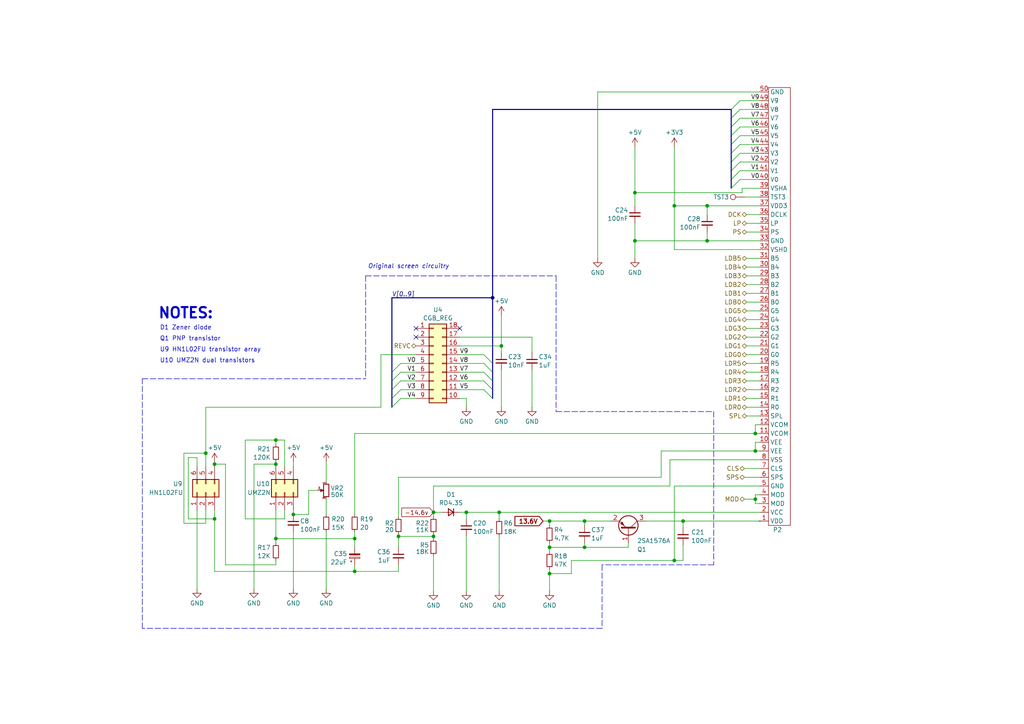
<source format=kicad_sch>
(kicad_sch (version 20250114) (generator "eeschema") (generator_version "9.0")
  (paper "A4")
  (title_block (title "CGB Reverse Engineer") (company "NatalieTheNerd.com"))
  (lib_symbols
    (symbol "CGB:Screen_CGB"
      (property "Reference" "P" (at 0 1.27 0))
      (symbol "Screen_CGB_0_0"
        (pin unspecified line (at 0 0 0) (length 2.54) (name "VDD") (number "1"))
        (pin unspecified line (at 0 -2.54 0) (length 2.54) (name "VCC") (number "2"))
        (pin unspecified line (at 0 -5.08 0) (length 2.54) (name "MOD") (number "3"))
        (pin unspecified line (at 0 -7.62 0) (length 2.54) (name "MOD") (number "4"))
        (pin unspecified line (at 0 -10.16 0) (length 2.54) (name "GND") (number "5"))
        (pin unspecified line (at 0 -12.7 0) (length 2.54) (name "SPS") (number "6"))
        (pin unspecified line (at 0 -15.24 0) (length 2.54) (name "CLS") (number "7"))
        (pin unspecified line (at 0 -17.78 0) (length 2.54) (name "VSS") (number "8"))
        (pin unspecified line (at 0 -20.32 0) (length 2.54) (name "VEE") (number "9"))
        (pin unspecified line (at 0 -22.86 0) (length 2.54) (name "VEE") (number "10"))
        (pin unspecified line (at 0 -25.4 0) (length 2.54) (name "VCOM") (number "11"))
        (pin unspecified line (at 0 -27.94 0) (length 2.54) (name "VCOM") (number "12"))
        (pin unspecified line (at 0 -30.48 0) (length 2.54) (name "SPL") (number "13"))
        (pin unspecified line (at 0 -33.02 0) (length 2.54) (name "R0") (number "14"))
        (pin unspecified line (at 0 -35.56 0) (length 2.54) (name "R1") (number "15"))
        (pin unspecified line (at 0 -38.1 0) (length 2.54) (name "R2") (number "16"))
        (pin unspecified line (at 0 -40.64 0) (length 2.54) (name "R3") (number "17"))
        (pin unspecified line (at 0 -43.18 0) (length 2.54) (name "R4") (number "18"))
        (pin unspecified line (at 0 -45.72 0) (length 2.54) (name "R5") (number "19"))
        (pin unspecified line (at 0 -48.26 0) (length 2.54) (name "G0") (number "20"))
        (pin unspecified line (at 0 -50.8 0) (length 2.54) (name "G1") (number "21"))
        (pin unspecified line (at 0 -53.34 0) (length 2.54) (name "G2") (number "22"))
        (pin unspecified line (at 0 -55.88 0) (length 2.54) (name "G3") (number "23"))
        (pin unspecified line (at 0 -58.42 0) (length 2.54) (name "G4") (number "24"))
        (pin unspecified line (at 0 -60.96 0) (length 2.54) (name "G5") (number "25"))
        (pin unspecified line (at 0 -63.5 0) (length 2.54) (name "B0") (number "26"))
        (pin unspecified line (at 0 -66.04 0) (length 2.54) (name "B1") (number "27"))
        (pin unspecified line (at 0 -68.58 0) (length 2.54) (name "B2") (number "28"))
        (pin unspecified line (at 0 -71.12 0) (length 2.54) (name "B3") (number "29"))
        (pin unspecified line (at 0 -73.66 0) (length 2.54) (name "B4") (number "30"))
        (pin unspecified line (at 0 -76.2 0) (length 2.54) (name "B5") (number "31"))
        (pin unspecified line (at 0 -78.74 0) (length 2.54) (name "VSHD") (number "32"))
        (pin unspecified line (at 0 -81.28 0) (length 2.54) (name "GND") (number "33"))
        (pin unspecified line (at 0 -83.82 0) (length 2.54) (name "PS") (number "34"))
        (pin unspecified line (at 0 -86.36 0) (length 2.54) (name "LP") (number "35"))
        (pin unspecified line (at 0 -88.9 0) (length 2.54) (name "DCLK") (number "36"))
        (pin unspecified line (at 0 -91.44 0) (length 2.54) (name "VDD3") (number "37"))
        (pin unspecified line (at 0 -93.98 0) (length 2.54) (name "TST3") (number "38"))
        (pin unspecified line (at 0 -96.52 0) (length 2.54) (name "VSHA") (number "39"))
        (pin unspecified line (at 0 -99.06 0) (length 2.54) (name "V0") (number "40"))
        (pin unspecified line (at 0 -101.6 0) (length 2.54) (name "V1") (number "41"))
        (pin unspecified line (at 0 -104.14 0) (length 2.54) (name "V2") (number "42"))
        (pin unspecified line (at 0 -106.68 0) (length 2.54) (name "V3") (number "43"))
        (pin unspecified line (at 0 -109.22 0) (length 2.54) (name "V4") (number "44"))
        (pin unspecified line (at 0 -111.76 0) (length 2.54) (name "V5") (number "45"))
        (pin unspecified line (at 0 -114.3 0) (length 2.54) (name "V6") (number "46"))
        (pin unspecified line (at 0 -116.84 0) (length 2.54) (name "V7") (number "47"))
        (pin unspecified line (at 0 -119.38 0) (length 2.54) (name "V8") (number "48"))
        (pin unspecified line (at 0 -121.92 0) (length 2.54) (name "V9") (number "49"))
        (pin unspecified line (at 0 -124.46 0) (length 2.54) (name "GND") (number "50"))
      )
      (symbol "Screen_CGB_0_1"
        (rectangle (start 2.54 1.27) (end 8.89 -125.73))
      )
    )
    (symbol "Connector:TestPoint" (pin_numbers (hide yes)) (pin_names (offset 0.762) (hide yes))
      (property "Reference" "TP" (at 0 6.858 0))
      (property "Value" "TestPoint" (at 0 5.08 0))
      (symbol "TestPoint_0_1"
        (circle (center 0 3.302) (radius 0.762))
      )
      (symbol "TestPoint_1_1"
        (pin passive line (at 0 0 90) (length 2.54) (name "1") (number "1"))
      )
    )
    (symbol "Connector_Generic:Conn_02x03_Counter_Clockwise" (pin_names (offset 1.016) (hide yes))
      (property "Reference" "J" (at 1.27 5.08 0))
      (property "Value" "Conn_02x03_Counter_Clockwise" (at 1.27 -5.08 0))
      (symbol "Conn_02x03_Counter_Clockwise_1_1"
        (rectangle (start -1.27 3.81) (end 3.81 -3.81) (stroke (width 0.254)) (fill (type background)))
        (rectangle (start -1.27 2.667) (end 0 2.413) (stroke (width 0.1524)))
        (rectangle (start -1.27 0.127) (end 0 -0.127) (stroke (width 0.1524)))
        (rectangle (start -1.27 -2.413) (end 0 -2.667) (stroke (width 0.1524)))
        (rectangle (start 3.81 2.667) (end 2.54 2.413) (stroke (width 0.1524)))
        (rectangle (start 3.81 0.127) (end 2.54 -0.127) (stroke (width 0.1524)))
        (rectangle (start 3.81 -2.413) (end 2.54 -2.667) (stroke (width 0.1524)))
        (pin passive line (at -5.08 2.54 0) (length 3.81) (name "Pin_1") (number "1"))
        (pin passive line (at -5.08 0 0) (length 3.81) (name "Pin_2") (number "2"))
        (pin passive line (at -5.08 -2.54 0) (length 3.81) (name "Pin_3") (number "3"))
        (pin passive line (at 7.62 2.54 180) (length 3.81) (name "Pin_6") (number "6"))
        (pin passive line (at 7.62 0 180) (length 3.81) (name "Pin_5") (number "5"))
        (pin passive line (at 7.62 -2.54 180) (length 3.81) (name "Pin_4") (number "4"))
      )
    )
    (symbol "Connector_Generic:Conn_02x09_Counter_Clockwise" (pin_names (offset 1.016) (hide yes))
      (property "Reference" "J" (at 1.27 12.7 0))
      (property "Value" "Conn_02x09_Counter_Clockwise" (at 1.27 -12.7 0))
      (symbol "Conn_02x09_Counter_Clockwise_1_1"
        (rectangle (start -1.27 11.43) (end 3.81 -11.43) (stroke (width 0.254)) (fill (type background)))
        (rectangle (start -1.27 10.287) (end 0 10.033) (stroke (width 0.1524)))
        (rectangle (start -1.27 7.747) (end 0 7.493) (stroke (width 0.1524)))
        (rectangle (start -1.27 5.207) (end 0 4.953) (stroke (width 0.1524)))
        (rectangle (start -1.27 2.667) (end 0 2.413) (stroke (width 0.1524)))
        (rectangle (start -1.27 0.127) (end 0 -0.127) (stroke (width 0.1524)))
        (rectangle (start -1.27 -2.413) (end 0 -2.667) (stroke (width 0.1524)))
        (rectangle (start -1.27 -4.953) (end 0 -5.207) (stroke (width 0.1524)))
        (rectangle (start -1.27 -7.493) (end 0 -7.747) (stroke (width 0.1524)))
        (rectangle (start -1.27 -10.033) (end 0 -10.287) (stroke (width 0.1524)))
        (rectangle (start 3.81 10.287) (end 2.54 10.033) (stroke (width 0.1524)))
        (rectangle (start 3.81 7.747) (end 2.54 7.493) (stroke (width 0.1524)))
        (rectangle (start 3.81 5.207) (end 2.54 4.953) (stroke (width 0.1524)))
        (rectangle (start 3.81 2.667) (end 2.54 2.413) (stroke (width 0.1524)))
        (rectangle (start 3.81 0.127) (end 2.54 -0.127) (stroke (width 0.1524)))
        (rectangle (start 3.81 -2.413) (end 2.54 -2.667) (stroke (width 0.1524)))
        (rectangle (start 3.81 -4.953) (end 2.54 -5.207) (stroke (width 0.1524)))
        (rectangle (start 3.81 -7.493) (end 2.54 -7.747) (stroke (width 0.1524)))
        (rectangle (start 3.81 -10.033) (end 2.54 -10.287) (stroke (width 0.1524)))
        (pin passive line (at -5.08 10.16 0) (length 3.81) (name "Pin_1") (number "1"))
        (pin passive line (at -5.08 7.62 0) (length 3.81) (name "Pin_2") (number "2"))
        (pin passive line (at -5.08 5.08 0) (length 3.81) (name "Pin_3") (number "3"))
        (pin passive line (at -5.08 2.54 0) (length 3.81) (name "Pin_4") (number "4"))
        (pin passive line (at -5.08 0 0) (length 3.81) (name "Pin_5") (number "5"))
        (pin passive line (at -5.08 -2.54 0) (length 3.81) (name "Pin_6") (number "6"))
        (pin passive line (at -5.08 -5.08 0) (length 3.81) (name "Pin_7") (number "7"))
        (pin passive line (at -5.08 -7.62 0) (length 3.81) (name "Pin_8") (number "8"))
        (pin passive line (at -5.08 -10.16 0) (length 3.81) (name "Pin_9") (number "9"))
        (pin passive line (at 7.62 10.16 180) (length 3.81) (name "Pin_18") (number "18"))
        (pin passive line (at 7.62 7.62 180) (length 3.81) (name "Pin_17") (number "17"))
        (pin passive line (at 7.62 5.08 180) (length 3.81) (name "Pin_16") (number "16"))
        (pin passive line (at 7.62 2.54 180) (length 3.81) (name "Pin_15") (number "15"))
        (pin passive line (at 7.62 0 180) (length 3.81) (name "Pin_14") (number "14"))
        (pin passive line (at 7.62 -2.54 180) (length 3.81) (name "Pin_13") (number "13"))
        (pin passive line (at 7.62 -5.08 180) (length 3.81) (name "Pin_12") (number "12"))
        (pin passive line (at 7.62 -7.62 180) (length 3.81) (name "Pin_11") (number "11"))
        (pin passive line (at 7.62 -10.16 180) (length 3.81) (name "Pin_10") (number "10"))
      )
    )
    (symbol "Device:C_Polarized_Small" (pin_numbers (hide yes)) (pin_names (offset 0.254) (hide yes))
      (property "Reference" "C" (at 0.254 1.778 0))
      (property "Value" "C_Polarized_Small" (at 0.254 -2.032 0))
      (symbol "C_Polarized_Small_0_1"
        (rectangle (start -1.524 0.6858) (end 1.524 0.3048))
        (rectangle (start -1.524 -0.3048) (end 1.524 -0.6858) (fill (type outline)))
        (polyline (pts (xy -1.27 1.524) (xy -0.762 1.524)))
        (polyline (pts (xy -1.016 1.27) (xy -1.016 1.778)))
      )
      (symbol "C_Polarized_Small_1_1"
        (pin passive line (at 0 2.54 270) (length 1.8542) (name "~") (number "1"))
        (pin passive line (at 0 -2.54 90) (length 1.8542) (name "~") (number "2"))
      )
    )
    (symbol "Device:C_Small" (pin_numbers (hide yes)) (pin_names (offset 0.254) (hide yes))
      (property "Reference" "C" (at 0.254 1.778 0))
      (property "Value" "C_Small" (at 0.254 -2.032 0))
      (symbol "C_Small_0_1"
        (polyline (pts (xy -1.524 0.508) (xy 1.524 0.508)) (stroke (width 0.3048)))
        (polyline (pts (xy -1.524 -0.508) (xy 1.524 -0.508)) (stroke (width 0.3302)))
      )
      (symbol "C_Small_1_1"
        (pin passive line (at 0 2.54 270) (length 2.032) (name "~") (number "1"))
        (pin passive line (at 0 -2.54 90) (length 2.032) (name "~") (number "2"))
      )
    )
    (symbol "Device:D_Small" (pin_numbers (hide yes)) (pin_names (offset 0.254) (hide yes))
      (property "Reference" "D" (at -1.27 2.032 0))
      (property "Value" "D_Small" (at -3.81 -2.032 0))
      (symbol "D_Small_0_1"
        (polyline (pts (xy -0.762 0) (xy 0.762 0)))
        (polyline (pts (xy -0.762 -1.016) (xy -0.762 1.016)) (stroke (width 0.254)))
        (polyline (pts (xy 0.762 -1.016) (xy -0.762 0) (xy 0.762 1.016) (xy 0.762 -1.016)) (stroke (width 0.254)))
      )
      (symbol "D_Small_1_1"
        (pin passive line (at -2.54 0 0) (length 1.778) (name "K") (number "1"))
        (pin passive line (at 2.54 0 180) (length 1.778) (name "A") (number "2"))
      )
    )
    (symbol "Device:R_Potentiometer_Small" (pin_names (offset 1.016) (hide yes))
      (property "Reference" "RV" (at -4.445 0 90))
      (property "Value" "R_Potentiometer_Small" (at -2.54 0 90))
      (symbol "R_Potentiometer_Small_0_1"
        (rectangle (start 0.762 1.8034) (end -0.762 -1.8034) (stroke (width 0.254)))
        (polyline (pts (xy 0.889 0) (xy 0.635 0) (xy 1.651 0.381) (xy 1.651 -0.381) (xy 0.635 0) (xy 0.889 0)) (fill (type outline)))
      )
      (symbol "R_Potentiometer_Small_1_1"
        (pin passive line (at 0 2.54 270) (length 0.635) (name "1") (number "1"))
        (pin passive line (at 0 -2.54 90) (length 0.635) (name "3") (number "3"))
        (pin passive line (at 2.54 0 180) (length 0.9906) (name "2") (number "2"))
      )
    )
    (symbol "Device:R_Small" (pin_numbers (hide yes)) (pin_names (offset 0.254) (hide yes))
      (property "Reference" "R" (at 0.762 0.508 0))
      (property "Value" "R_Small" (at 0.762 -1.016 0))
      (symbol "R_Small_0_1"
        (rectangle (start -0.762 1.778) (end 0.762 -1.778) (stroke (width 0.2032)))
      )
      (symbol "R_Small_1_1"
        (pin passive line (at 0 2.54 270) (length 0.762) (name "~") (number "1"))
        (pin passive line (at 0 -2.54 90) (length 0.762) (name "~") (number "2"))
      )
    )
    (symbol "Transistor_BJT:2SA1015" (pin_names (offset 0) (hide yes))
      (property "Reference" "Q1" (at 3.81 0 0))
      (property "Value" "2SA1576A" (at 3.81 2.54 0))
      (symbol "2SA1015_0_1"
        (polyline (pts (xy -1.27 0) (xy -2.54 0)))
        (polyline (pts (xy -1.27 0) (xy -0.635 0)))
        (polyline (pts (xy -0.635 1.905) (xy -0.635 -1.905) (xy -0.635 -1.905)) (stroke (width 0.508)) (fill (type outline)))
        (circle (center 0 0) (radius 2.8194) (stroke (width 0.254)))
        (polyline (pts (xy 0.508 -2.286) (xy 1.016 -1.778) (xy 0 -1.27) (xy 0.508 -2.286) (xy 0.508 -2.286)) (fill (type outline)))
        (polyline (pts (xy 1.27 2.54) (xy -0.635 0.635)))
        (polyline (pts (xy 1.27 -2.54) (xy -0.635 -0.635)))
      )
      (symbol "2SA1015_1_1"
        (pin passive line (at -5.08 0 0) (length 2.54) (name "E") (number "1"))
        (pin input line (at 1.27 5.08 270) (length 2.54) (name "B") (number "3"))
        (pin passive line (at 1.27 -5.08 90) (length 2.54) (name "C") (number "2"))
      )
    )
    (symbol "power:+3V3" (power) (pin_names (offset 0))
      (property "Value" "+3V3" (at 0 3.556 0))
      (symbol "+3V3_0_1"
        (polyline (pts (xy -0.762 1.27) (xy 0 2.54)))
        (polyline (pts (xy 0 2.54) (xy 0.762 1.27)))
        (polyline (pts (xy 0 0) (xy 0 2.54)))
      )
      (symbol "+3V3_1_1"
        (pin power_in line (at 0 0 90) (length 0) (hide yes) (name "+3V3") (number "1"))
      )
    )
    (symbol "power:+5V" (power) (pin_names (offset 0))
      (property "Value" "+5V" (at 0 3.556 0))
      (symbol "+5V_0_1"
        (polyline (pts (xy -0.762 1.27) (xy 0 2.54)))
        (polyline (pts (xy 0 2.54) (xy 0.762 1.27)))
        (polyline (pts (xy 0 0) (xy 0 2.54)))
      )
      (symbol "+5V_1_1"
        (pin power_in line (at 0 0 90) (length 0) (hide yes) (name "+5V") (number "1"))
      )
    )
    (symbol "power:GND" (power) (pin_names (offset 0))
      (property "Value" "GND" (at 0 -3.81 0))
      (symbol "GND_0_1"
        (polyline (pts (xy 0 0) (xy 0 -1.27) (xy 1.27 -1.27) (xy 0 -2.54) (xy -1.27 -1.27) (xy 0 -1.27)))
      )
      (symbol "GND_1_1"
        (pin power_in line (at 0 0 270) (length 0) (hide yes) (name "GND") (number "1"))
      )
    )
  )
  (text "U9 HN1L02FU transistor array" (at 46.355 102.235 0) (effects (font (size 1.27 1.27)) (justify left bottom)))
  (text "D1 Zener diode" (at 46.355 95.885 0) (effects (font (size 1.27 1.27)) (justify left bottom)))
  (text "Q1 PNP transistor" (at 46.355 99.06 0) (effects (font (size 1.27 1.27)) (justify left bottom)))
  (text "Original screen circuitry" (at 106.68 78.105 0) (effects (font (size 1.27 1.27) (italic yes)) (justify left bottom)))
  (text "NOTES:" (at 45.72 92.71 0) (effects (font (size 3 3) (thickness 0.6) (bold yes)) (justify left bottom)))
  (text "U10 UMZ2N dual transistors" (at 46.355 105.41 0) (effects (font (size 1.27 1.27)) (justify left bottom)))
  (junction (at 159.385 166.37))
  (junction (at 102.87 156.21))
  (junction (at 102.87 165.735))
  (junction (at 62.23 134.62))
  (junction (at 198.12 151.13))
  (junction (at 169.545 158.75))
  (junction (at 142.875 86.36))
  (junction (at 80.01 156.21))
  (junction (at 169.545 151.13))
  (junction (at 80.01 127.635))
  (junction (at 219.075 144.78))
  (junction (at 80.01 134.62))
  (junction (at 85.09 149.225))
  (junction (at 115.57 155.575))
  (junction (at 195.58 162.56))
  (junction (at 135.255 148.59))
  (junction (at 145.415 100.33))
  (junction (at 205.105 69.85))
  (junction (at 144.78 148.59))
  (junction (at 59.69 131.445))
  (junction (at 205.105 59.69))
  (junction (at 184.15 69.85))
  (junction (at 125.73 155.575))
  (junction (at 62.23 150.495))
  (junction (at 125.73 148.59))
  (junction (at 219.075 125.73))
  (junction (at 195.58 59.69))
  (junction (at 219.075 130.81))
  (junction (at 159.385 158.75))
  (junction (at 159.385 151.13))
  (junction (at 184.15 55.88))
  (no_connect (at 133.35 95.25))
  (no_connect (at 120.65 95.25))
  (no_connect (at 120.65 97.79))
  (bus_entry (at 214.63 39.37) (size -2.54 2.54))
  (bus_entry (at 214.63 46.99) (size -2.54 2.54))
  (bus_entry (at 142.875 110.49) (size -2.54 -2.54))
  (bus_entry (at 214.63 52.07) (size -2.54 2.54))
  (bus_entry (at 142.875 115.57) (size -2.54 -2.54))
  (bus_entry (at 113.665 113.03) (size 2.54 -2.54))
  (bus_entry (at 212.09 36.83) (size 2.54 -2.54))
  (bus_entry (at 214.63 49.53) (size -2.54 2.54))
  (bus_entry (at 142.875 107.95) (size -2.54 -2.54))
  (bus_entry (at 214.63 44.45) (size -2.54 2.54))
  (bus_entry (at 113.665 107.95) (size 2.54 -2.54))
  (bus_entry (at 142.875 113.03) (size -2.54 -2.54))
  (bus_entry (at 113.665 118.11) (size 2.54 -2.54))
  (bus_entry (at 212.09 39.37) (size 2.54 -2.54))
  (bus_entry (at 212.09 34.29) (size 2.54 -2.54))
  (bus_entry (at 214.63 41.91) (size -2.54 2.54))
  (bus_entry (at 113.665 110.49) (size 2.54 -2.54))
  (bus_entry (at 212.09 31.75) (size 2.54 -2.54))
  (bus_entry (at 142.875 105.41) (size -2.54 -2.54))
  (bus_entry (at 113.665 115.57) (size 2.54 -2.54))
  (bus (pts (xy 113.665 115.57) (xy 113.665 118.11)))
  (wire (pts (xy 80.01 134.62) (xy 73.66 134.62)))
  (wire (pts (xy 57.15 170.815) (xy 57.15 147.955)))
  (wire (pts (xy 116.205 105.41) (xy 120.65 105.41)))
  (wire (pts (xy 219.075 128.27) (xy 219.075 130.81)))
  (wire (pts (xy 102.87 154.305) (xy 102.87 156.21)))
  (wire (pts (xy 214.63 49.53) (xy 220.345 49.53)))
  (wire (pts (xy 220.345 128.27) (xy 219.075 128.27)))
  (wire (pts (xy 65.405 163.83) (xy 65.405 134.62)))
  (wire (pts (xy 102.87 125.73) (xy 219.075 125.73)))
  (wire (pts (xy 135.255 118.11) (xy 135.255 115.57)))
  (wire (pts (xy 85.09 133.985) (xy 85.09 135.255)))
  (wire (pts (xy 216.535 95.25) (xy 220.345 95.25)))
  (wire (pts (xy 65.405 163.83) (xy 80.01 163.83)))
  (wire (pts (xy 194.31 133.35) (xy 220.345 133.35)))
  (wire (pts (xy 62.23 165.735) (xy 62.23 150.495)))
  (wire (pts (xy 159.385 158.75) (xy 159.385 157.48)))
  (wire (pts (xy 216.535 67.31) (xy 220.345 67.31)))
  (wire (pts (xy 144.78 148.59) (xy 220.345 148.59)))
  (wire (pts (xy 133.35 113.03) (xy 140.335 113.03)))
  (bus (pts (xy 212.09 52.07) (xy 212.09 54.61)))
  (wire (pts (xy 215.265 55.88) (xy 184.15 55.88)))
  (wire (pts (xy 214.63 39.37) (xy 220.345 39.37)))
  (wire (pts (xy 80.01 156.21) (xy 80.01 157.48)))
  (wire (pts (xy 205.105 69.85) (xy 220.345 69.85)))
  (wire (pts (xy 169.545 157.48) (xy 169.545 158.75)))
  (wire (pts (xy 159.385 151.13) (xy 169.545 151.13)))
  (wire (pts (xy 94.615 170.815) (xy 94.615 154.305)))
  (wire (pts (xy 125.73 140.97) (xy 125.73 148.59)))
  (wire (pts (xy 53.34 131.445) (xy 59.69 131.445)))
  (wire (pts (xy 216.535 62.23) (xy 220.345 62.23)))
  (polyline (pts (xy 207.01 163.83) (xy 174.625 163.83)) (stroke (width 0) (type dash)))
  (wire (pts (xy 145.415 107.315) (xy 145.415 118.11)))
  (wire (pts (xy 85.09 147.955) (xy 85.09 149.225)))
  (bus (pts (xy 212.09 46.99) (xy 212.09 49.53)))
  (wire (pts (xy 194.31 140.97) (xy 125.73 140.97)))
  (wire (pts (xy 182.245 158.75) (xy 182.245 157.48)))
  (wire (pts (xy 216.535 82.55) (xy 220.345 82.55)))
  (wire (pts (xy 195.58 72.39) (xy 220.345 72.39)))
  (wire (pts (xy 216.535 113.03) (xy 220.345 113.03)))
  (wire (pts (xy 216.535 97.79) (xy 220.345 97.79)))
  (wire (pts (xy 125.73 155.575) (xy 125.73 156.21)))
  (wire (pts (xy 120.65 102.87) (xy 110.49 102.87)))
  (wire (pts (xy 116.205 115.57) (xy 120.65 115.57)))
  (wire (pts (xy 144.78 150.495) (xy 144.78 148.59)))
  (wire (pts (xy 184.15 55.88) (xy 184.15 59.69)))
  (bus (pts (xy 212.09 36.83) (xy 212.09 39.37)))
  (wire (pts (xy 216.535 118.11) (xy 220.345 118.11)))
  (wire (pts (xy 216.535 80.01) (xy 220.345 80.01)))
  (wire (pts (xy 144.78 155.575) (xy 144.78 171.45)))
  (polyline (pts (xy 161.29 80.01) (xy 161.29 119.38)) (stroke (width 0) (type dash)))
  (wire (pts (xy 145.415 91.44) (xy 145.415 100.33)))
  (polyline (pts (xy 161.29 119.38) (xy 207.01 119.38)) (stroke (width 0) (type dash)))
  (wire (pts (xy 187.325 151.13) (xy 198.12 151.13)))
  (bus (pts (xy 142.875 113.03) (xy 142.875 115.57)))
  (wire (pts (xy 133.35 105.41) (xy 140.335 105.41)))
  (wire (pts (xy 216.535 105.41) (xy 220.345 105.41)))
  (wire (pts (xy 216.535 92.71) (xy 220.345 92.71)))
  (wire (pts (xy 62.23 165.735) (xy 102.87 165.735)))
  (wire (pts (xy 184.15 69.85) (xy 205.105 69.85)))
  (wire (pts (xy 135.255 115.57) (xy 133.35 115.57)))
  (wire (pts (xy 159.385 166.37) (xy 159.385 165.1)))
  (polyline (pts (xy 207.01 119.38) (xy 207.01 163.83)) (stroke (width 0) (type dash)))
  (bus (pts (xy 142.875 86.36) (xy 142.875 105.41)))
  (wire (pts (xy 216.535 107.95) (xy 220.345 107.95)))
  (bus (pts (xy 142.875 107.95) (xy 142.875 110.49)))
  (wire (pts (xy 198.12 151.13) (xy 220.345 151.13)))
  (wire (pts (xy 62.23 150.495) (xy 62.23 147.955)))
  (wire (pts (xy 219.075 125.73) (xy 220.345 125.73)))
  (wire (pts (xy 216.535 64.77) (xy 220.345 64.77)))
  (wire (pts (xy 125.73 154.94) (xy 125.73 155.575)))
  (wire (pts (xy 53.34 151.765) (xy 59.69 151.765)))
  (wire (pts (xy 214.63 29.21) (xy 220.345 29.21)))
  (wire (pts (xy 195.58 59.69) (xy 195.58 72.39)))
  (wire (pts (xy 165.735 162.56) (xy 165.735 166.37)))
  (wire (pts (xy 216.535 85.09) (xy 220.345 85.09)))
  (wire (pts (xy 80.01 128.905) (xy 80.01 127.635)))
  (wire (pts (xy 195.58 140.97) (xy 195.58 162.56)))
  (wire (pts (xy 82.55 127.635) (xy 80.01 127.635)))
  (wire (pts (xy 219.075 143.51) (xy 220.345 143.51)))
  (bus (pts (xy 113.665 107.95) (xy 113.665 110.49)))
  (wire (pts (xy 219.075 146.05) (xy 220.345 146.05)))
  (wire (pts (xy 54.61 150.495) (xy 62.23 150.495)))
  (wire (pts (xy 219.075 123.19) (xy 220.345 123.19)))
  (wire (pts (xy 195.58 59.69) (xy 205.105 59.69)))
  (wire (pts (xy 62.23 133.985) (xy 62.23 134.62)))
  (wire (pts (xy 102.87 125.73) (xy 102.87 149.225)))
  (wire (pts (xy 102.87 163.83) (xy 102.87 165.735)))
  (wire (pts (xy 54.61 132.715) (xy 54.61 150.495)))
  (bus (pts (xy 113.665 86.36) (xy 142.875 86.36)))
  (wire (pts (xy 53.34 131.445) (xy 53.34 151.765)))
  (wire (pts (xy 220.345 54.61) (xy 215.265 54.61)))
  (wire (pts (xy 71.12 127.635) (xy 71.12 150.495)))
  (wire (pts (xy 135.255 148.59) (xy 144.78 148.59)))
  (polyline (pts (xy 106.045 80.01) (xy 161.29 80.01)) (stroke (width 0) (type dash)))
  (wire (pts (xy 116.205 107.95) (xy 120.65 107.95)))
  (wire (pts (xy 89.535 142.24) (xy 92.075 142.24)))
  (wire (pts (xy 220.345 140.97) (xy 195.58 140.97)))
  (wire (pts (xy 135.255 148.59) (xy 135.255 150.495)))
  (wire (pts (xy 215.265 54.61) (xy 215.265 55.88)))
  (bus (pts (xy 212.09 39.37) (xy 212.09 41.91)))
  (wire (pts (xy 216.535 110.49) (xy 220.345 110.49)))
  (wire (pts (xy 219.075 144.78) (xy 219.075 146.05)))
  (wire (pts (xy 59.69 118.11) (xy 59.69 131.445)))
  (wire (pts (xy 214.63 41.91) (xy 220.345 41.91)))
  (wire (pts (xy 135.255 155.575) (xy 135.255 171.45)))
  (wire (pts (xy 219.075 123.19) (xy 219.075 125.73)))
  (wire (pts (xy 216.535 77.47) (xy 220.345 77.47)))
  (bus (pts (xy 212.09 34.29) (xy 212.09 36.83)))
  (wire (pts (xy 159.385 158.75) (xy 169.545 158.75)))
  (wire (pts (xy 80.01 156.21) (xy 80.01 147.955)))
  (bus (pts (xy 212.09 44.45) (xy 212.09 46.99)))
  (wire (pts (xy 115.57 138.43) (xy 191.77 138.43)))
  (wire (pts (xy 145.415 100.33) (xy 145.415 102.235)))
  (wire (pts (xy 85.09 154.305) (xy 85.09 170.815)))
  (wire (pts (xy 214.63 31.75) (xy 220.345 31.75)))
  (wire (pts (xy 205.105 59.69) (xy 220.345 59.69)))
  (wire (pts (xy 214.63 36.83) (xy 220.345 36.83)))
  (wire (pts (xy 154.305 97.79) (xy 133.35 97.79)))
  (wire (pts (xy 154.305 97.79) (xy 154.305 102.235)))
  (wire (pts (xy 216.535 100.33) (xy 220.345 100.33)))
  (wire (pts (xy 198.12 158.115) (xy 198.12 162.56)))
  (wire (pts (xy 59.69 135.255) (xy 59.69 131.445)))
  (wire (pts (xy 65.405 134.62) (xy 62.23 134.62)))
  (wire (pts (xy 110.49 102.87) (xy 110.49 118.11)))
  (wire (pts (xy 216.535 87.63) (xy 220.345 87.63)))
  (wire (pts (xy 115.57 155.575) (xy 115.57 158.75)))
  (bus (pts (xy 212.09 49.53) (xy 212.09 52.07)))
  (wire (pts (xy 133.35 107.95) (xy 140.335 107.95)))
  (wire (pts (xy 73.66 134.62) (xy 73.66 170.815)))
  (wire (pts (xy 57.15 135.255) (xy 57.15 132.715)))
  (wire (pts (xy 102.87 165.735) (xy 115.57 165.735)))
  (wire (pts (xy 195.58 42.545) (xy 195.58 59.69)))
  (wire (pts (xy 215.9 138.43) (xy 220.345 138.43)))
  (wire (pts (xy 154.305 118.11) (xy 154.305 107.315)))
  (wire (pts (xy 62.23 134.62) (xy 62.23 135.255)))
  (wire (pts (xy 191.77 130.81) (xy 191.77 138.43)))
  (polyline (pts (xy 41.275 182.245) (xy 41.275 109.855)) (stroke (width 0) (type dash)))
  (wire (pts (xy 80.01 163.83) (xy 80.01 162.56)))
  (wire (pts (xy 216.535 90.17) (xy 220.345 90.17)))
  (wire (pts (xy 80.01 127.635) (xy 71.12 127.635)))
  (wire (pts (xy 116.205 113.03) (xy 120.65 113.03)))
  (polyline (pts (xy 174.625 182.245) (xy 41.275 182.245)) (stroke (width 0) (type dash)))
  (wire (pts (xy 80.01 156.21) (xy 102.87 156.21)))
  (wire (pts (xy 133.35 148.59) (xy 135.255 148.59)))
  (bus (pts (xy 113.665 110.49) (xy 113.665 113.03)))
  (wire (pts (xy 94.615 149.225) (xy 94.615 144.78)))
  (wire (pts (xy 71.12 150.495) (xy 82.55 150.495)))
  (polyline (pts (xy 174.625 163.83) (xy 174.625 182.245)) (stroke (width 0) (type dash)))
  (wire (pts (xy 59.69 151.765) (xy 59.69 147.955)))
  (wire (pts (xy 216.535 102.87) (xy 220.345 102.87)))
  (wire (pts (xy 215.9 144.78) (xy 219.075 144.78)))
  (wire (pts (xy 216.535 120.65) (xy 220.345 120.65)))
  (wire (pts (xy 115.57 138.43) (xy 115.57 149.86)))
  (wire (pts (xy 214.63 52.07) (xy 220.345 52.07)))
  (wire (pts (xy 195.58 162.56) (xy 165.735 162.56)))
  (wire (pts (xy 89.535 149.225) (xy 89.535 142.24)))
  (wire (pts (xy 184.15 42.545) (xy 184.15 55.88)))
  (bus (pts (xy 113.665 113.03) (xy 113.665 115.57)))
  (polyline (pts (xy 106.045 80.01) (xy 106.045 109.855)) (stroke (width 0) (type dash)))
  (wire (pts (xy 205.105 67.31) (xy 205.105 69.85)))
  (wire (pts (xy 214.63 44.45) (xy 220.345 44.45)))
  (wire (pts (xy 115.57 155.575) (xy 125.73 155.575)))
  (wire (pts (xy 159.385 171.45) (xy 159.385 166.37)))
  (wire (pts (xy 216.535 115.57) (xy 220.345 115.57)))
  (wire (pts (xy 140.335 110.49) (xy 133.35 110.49)))
  (wire (pts (xy 82.55 150.495) (xy 82.55 147.955)))
  (wire (pts (xy 191.77 130.81) (xy 219.075 130.81)))
  (wire (pts (xy 214.63 34.29) (xy 220.345 34.29)))
  (wire (pts (xy 215.9 135.89) (xy 220.345 135.89)))
  (wire (pts (xy 205.105 62.23) (xy 205.105 59.69)))
  (wire (pts (xy 159.385 160.02) (xy 159.385 158.75)))
  (bus (pts (xy 142.875 110.49) (xy 142.875 113.03)))
  (wire (pts (xy 219.075 143.51) (xy 219.075 144.78)))
  (wire (pts (xy 215.9 57.15) (xy 220.345 57.15)))
  (wire (pts (xy 115.57 154.94) (xy 115.57 155.575)))
  (wire (pts (xy 85.09 149.225) (xy 89.535 149.225)))
  (wire (pts (xy 184.15 64.77) (xy 184.15 69.85)))
  (bus (pts (xy 142.875 105.41) (xy 142.875 107.95)))
  (wire (pts (xy 102.87 156.21) (xy 102.87 158.75)))
  (wire (pts (xy 157.48 151.13) (xy 159.385 151.13)))
  (wire (pts (xy 214.63 46.99) (xy 220.345 46.99)))
  (wire (pts (xy 194.31 133.35) (xy 194.31 140.97)))
  (wire (pts (xy 219.075 130.81) (xy 220.345 130.81)))
  (wire (pts (xy 173.355 26.67) (xy 173.355 74.93)))
  (wire (pts (xy 125.73 149.86) (xy 125.73 148.59)))
  (wire (pts (xy 169.545 152.4) (xy 169.545 151.13)))
  (wire (pts (xy 82.55 127.635) (xy 82.55 135.255)))
  (wire (pts (xy 80.01 133.985) (xy 80.01 134.62)))
  (wire (pts (xy 125.73 171.45) (xy 125.73 161.29)))
  (wire (pts (xy 110.49 118.11) (xy 59.69 118.11)))
  (wire (pts (xy 116.205 110.49) (xy 120.65 110.49)))
  (wire (pts (xy 169.545 158.75) (xy 182.245 158.75)))
  (wire (pts (xy 159.385 151.13) (xy 159.385 152.4)))
  (wire (pts (xy 169.545 151.13) (xy 177.165 151.13)))
  (wire (pts (xy 80.01 134.62) (xy 80.01 135.255)))
  (wire (pts (xy 94.615 133.985) (xy 94.615 139.7)))
  (wire (pts (xy 173.355 26.67) (xy 220.345 26.67)))
  (wire (pts (xy 133.35 102.87) (xy 140.335 102.87)))
  (wire (pts (xy 115.57 165.735) (xy 115.57 163.83)))
  (wire (pts (xy 195.58 162.56) (xy 198.12 162.56)))
  (polyline (pts (xy 41.275 109.855) (xy 106.045 109.855)) (stroke (width 0) (type dash)))
  (bus (pts (xy 142.875 31.75) (xy 142.875 86.36)))
  (wire (pts (xy 125.73 148.59) (xy 128.27 148.59)))
  (wire (pts (xy 198.12 153.035) (xy 198.12 151.13)))
  (wire (pts (xy 133.35 100.33) (xy 145.415 100.33)))
  (wire (pts (xy 184.15 74.93) (xy 184.15 69.85)))
  (wire (pts (xy 165.735 166.37) (xy 159.385 166.37)))
  (bus (pts (xy 212.09 31.75) (xy 142.875 31.75)))
  (wire (pts (xy 216.535 74.93) (xy 220.345 74.93)))
  (wire (pts (xy 57.15 132.715) (xy 54.61 132.715)))
  (bus (pts (xy 113.665 86.36) (xy 113.665 107.95)))
  (bus (pts (xy 212.09 41.91) (xy 212.09 44.45)))
  (bus (pts (xy 212.09 31.75) (xy 212.09 34.29)))
  (label "V9" (at 217.805 29.21 0))
  (label "V8" (at 133.35 105.41 0))
  (label "V2" (at 217.805 46.99 0))
  (label "V3" (at 118.11 113.03 0))
  (label "V6" (at 217.805 36.83 0))
  (label "V1" (at 118.11 107.95 0))
  (label "V7" (at 217.805 34.29 0))
  (label "V8" (at 217.805 31.75 0))
  (label "V2" (at 118.11 110.49 0))
  (label "V5" (at 133.35 113.03 0))
  (label "V0" (at 118.11 105.41 0))
  (label "V5" (at 217.805 39.37 0))
  (label "V[0..9]" (at 113.665 86.36 0) (effects (font (italic yes))))
  (label "V4" (at 118.11 115.57 0))
  (label "V1" (at 217.805 49.53 0))
  (label "V0" (at 217.805 52.07 0))
  (label "V4" (at 217.805 41.91 0))
  (label "V6" (at 133.35 110.49 0))
  (label "V9" (at 133.35 102.87 0))
  (label "V3" (at 217.805 44.45 0))
  (label "V7" (at 133.35 107.95 0))
  (global_label "13.6V" (shape input) (at 157.48 151.13 180) (effects (font (bold yes))) (property "Intersheetrefs" "${INTERSHEET_REFS}" (effects (hide yes))))
  (global_label "-14.6v" (shape input) (at 125.73 148.59 180) (property "Intersheetrefs" "${INTERSHEET_REFS}" (effects (hide yes))))
  (hierarchical_label "PS" (shape bidirectional) (at 216.535 67.31 180))
  (hierarchical_label "LDG2" (shape bidirectional) (at 216.535 97.79 180))
  (hierarchical_label "LDB4" (shape bidirectional) (at 216.535 77.47 180))
  (hierarchical_label "LDG1" (shape bidirectional) (at 216.535 100.33 180))
  (hierarchical_label "LDB0" (shape bidirectional) (at 216.535 87.63 180))
  (hierarchical_label "DCK" (shape bidirectional) (at 216.535 62.23 180))
  (hierarchical_label "LDG4" (shape bidirectional) (at 216.535 92.71 180))
  (hierarchical_label "LDR0" (shape bidirectional) (at 216.535 118.11 180))
  (hierarchical_label "LDB2" (shape bidirectional) (at 216.535 82.55 180))
  (hierarchical_label "LP" (shape bidirectional) (at 216.535 64.77 180))
  (hierarchical_label "LDG5" (shape bidirectional) (at 216.535 90.17 180))
  (hierarchical_label "REVC" (shape bidirectional) (at 120.65 100.33 180))
  (hierarchical_label "CLS" (shape bidirectional) (at 215.9 135.89 180))
  (hierarchical_label "LDB3" (shape bidirectional) (at 216.535 80.01 180))
  (hierarchical_label "LDB5" (shape bidirectional) (at 216.535 74.93 180))
  (hierarchical_label "LDR2" (shape bidirectional) (at 216.535 113.03 180))
  (hierarchical_label "LDR4" (shape bidirectional) (at 216.535 107.95 180))
  (hierarchical_label "LDG3" (shape bidirectional) (at 216.535 95.25 180))
  (hierarchical_label "LDG0" (shape bidirectional) (at 216.535 102.87 180))
  (hierarchical_label "LDB1" (shape bidirectional) (at 216.535 85.09 180))
  (hierarchical_label "MOD" (shape bidirectional) (at 215.9 144.78 180))
  (hierarchical_label "SPL" (shape bidirectional) (at 216.535 120.65 180))
  (hierarchical_label "LDR3" (shape bidirectional) (at 216.535 110.49 180))
  (hierarchical_label "LDR5" (shape bidirectional) (at 216.535 105.41 180))
  (hierarchical_label "LDR1" (shape bidirectional) (at 216.535 115.57 180))
  (hierarchical_label "SPS" (shape bidirectional) (at 215.9 138.43 180))
  (symbol (lib_id "power:GND") (at 57.15 170.815 0) (unit 1)
    (property "Reference" "#PWR028" (effects (hide yes)))
    (property "Value" "GND" (at 57.15 174.9481 0))
  )
  (symbol (lib_id "Device:C_Small") (at 145.415 104.775 0) (unit 1)
    (property "Reference" "C23" (at 147.32 103.505 0) (effects (justify left)))
    (property "Value" "10nF" (at 147.32 105.9292 0) (effects (justify left)))
    (property "Footprint" "Capacitor_SMD:C_0603_1608Metric" (effects (hide yes)))
  )
  (symbol (lib_id "Device:C_Small") (at 169.545 154.94 0) (unit 1)
    (property "Reference" "C37" (at 171.45 153.67 0) (effects (justify left)))
    (property "Value" "1uF" (at 171.45 156.0942 0) (effects (justify left)))
    (property "Footprint" "Capacitor_SMD:C_0603_1608Metric" (effects (hide yes)))
  )
  (symbol (lib_id "Device:C_Small") (at 205.105 64.77 0) (mirror y) (unit 1)
    (property "Reference" "C28" (at 203.2 63.5 0) (effects (justify left)))
    (property "Value" "100nF" (at 203.2 65.9242 0) (effects (justify left)))
    (property "Footprint" "Capacitor_SMD:C_0603_1608Metric" (effects (hide yes)))
  )
  (symbol (lib_id "Device:C_Polarized_Small") (at 102.87 161.29 0) (mirror x) (unit 1)
    (property "Reference" "C35" (at 100.711 160.624 0) (effects (justify right)))
    (property "Value" "22uF" (at 100.711 163.0482 0) (effects (justify right)))
    (property "Footprint" "Capacitor_SMD:CP_Elec_4x3.9" (effects (hide yes)))
  )
  (symbol (lib_id "Device:R_Small") (at 125.73 152.4 180) (unit 1)
    (property "Reference" "R22" (at 124.46 151.765 0) (effects (justify left)))
    (property "Value" "11K" (at 124.46 153.67 0) (effects (justify left)))
    (property "Footprint" "Resistor_SMD:R_0603_1608Metric" (effects (hide yes)))
  )
  (symbol (lib_id "Device:C_Small") (at 135.255 153.035 0) (unit 1)
    (property "Reference" "C20" (at 137.16 151.765 0) (effects (justify left)))
    (property "Value" "100nF" (at 137.16 154.1892 0) (effects (justify left)))
    (property "Footprint" "Capacitor_SMD:C_0603_1608Metric" (effects (hide yes)))
  )
  (symbol (lib_id "Device:R_Small") (at 144.78 153.035 0) (unit 1)
    (property "Reference" "R6" (at 146.05 151.765 0) (effects (justify left)))
    (property "Value" "18K" (at 146.05 154.1892 0) (effects (justify left)))
    (property "Footprint" "Resistor_SMD:R_0603_1608Metric" (effects (hide yes)))
  )
  (symbol (lib_id "power:GND") (at 145.415 118.11 0) (unit 1)
    (property "Reference" "#PWR041" (effects (hide yes)))
    (property "Value" "GND" (at 145.415 122.2431 0))
  )
  (symbol (lib_id "CGB:Screen_CGB") (at 220.345 151.13 0) (mirror x) (unit 1)
    (property "Reference" "P2" (at 224.155 153.67 0) (effects (justify left)))
    (property "Value" "~" (at 220.345 151.13 0))
    (property "Footprint" "CGB:Screen CGB" (effects (hide yes)))
  )
  (symbol (lib_id "Device:C_Small") (at 184.15 62.23 0) (mirror y) (unit 1)
    (property "Reference" "C24" (at 182.245 60.96 0) (effects (justify left)))
    (property "Value" "100nF" (at 182.245 63.3842 0) (effects (justify left)))
    (property "Footprint" "Capacitor_SMD:C_0603_1608Metric" (effects (hide yes)))
  )
  (symbol (lib_id "power:+5V") (at 184.15 42.545 0) (unit 1)
    (property "Reference" "#PWR037" (effects (hide yes)))
    (property "Value" "+5V" (at 184.15 38.4119 0))
  )
  (symbol (lib_id "Device:C_Small") (at 154.305 104.775 0) (unit 1)
    (property "Reference" "C34" (at 156.21 103.505 0) (effects (justify left)))
    (property "Value" "1uF" (at 156.21 105.9292 0) (effects (justify left)))
    (property "Footprint" "Capacitor_SMD:C_0603_1608Metric" (effects (hide yes)))
  )
  (symbol (lib_id "power:+5V") (at 94.615 133.985 0) (unit 1)
    (property "Reference" "#PWR033" (effects (hide yes)))
    (property "Value" "+5V" (at 94.615 129.8519 0))
  )
  (symbol (lib_id "power:GND") (at 73.66 170.815 0) (unit 1)
    (property "Reference" "#PWR075" (effects (hide yes)))
    (property "Value" "GND" (at 73.66 174.9481 0))
  )
  (symbol (lib_id "Device:R_Small") (at 80.01 131.445 0) (mirror y) (unit 1)
    (property "Reference" "R21" (at 78.5114 130.2329 0) (effects (justify left)))
    (property "Value" "120K" (at 78.5114 132.6571 0) (effects (justify left)))
    (property "Footprint" "Resistor_SMD:R_0603_1608Metric" (effects (hide yes)))
  )
  (symbol (lib_id "power:GND") (at 154.305 118.11 0) (unit 1)
    (property "Reference" "#PWR042" (effects (hide yes)))
    (property "Value" "GND" (at 154.305 122.2431 0))
  )
  (symbol (lib_id "power:+5V") (at 85.09 133.985 0) (unit 1)
    (property "Reference" "#PWR030" (effects (hide yes)))
    (property "Value" "+5V" (at 85.09 129.8519 0))
  )
  (symbol (lib_id "power:+3V3") (at 195.58 42.545 0) (unit 1)
    (property "Reference" "#PWR036" (effects (hide yes)))
    (property "Value" "+3V3" (at 195.58 38.4119 0))
  )
  (symbol (lib_id "Connector_Generic:Conn_02x09_Counter_Clockwise") (at 125.73 105.41 0) (unit 1)
    (property "Reference" "U4" (at 127 89.8357 0))
    (property "Value" "CGB_REG" (at 127 92.2599 0))
    (property "Footprint" "CGB:Reg CGB" (effects (hide yes)))
  )
  (symbol (lib_id "power:GND") (at 159.385 171.45 0) (unit 1)
    (property "Reference" "#PWR023" (effects (hide yes)))
    (property "Value" "GND" (at 159.385 175.5831 0))
  )
  (symbol (lib_id "power:GND") (at 85.09 170.815 0) (unit 1)
    (property "Reference" "#PWR031" (effects (hide yes)))
    (property "Value" "GND" (at 85.09 174.9481 0))
  )
  (symbol (lib_id "Connector_Generic:Conn_02x03_Counter_Clockwise") (at 59.69 142.875 90) (unit 1)
    (property "Reference" "U9" (at 50.165 140.335 90) (effects (justify right)))
    (property "Value" "HN1L02FU" (at 43.18 142.875 90) (effects (justify right)))
    (property "Footprint" "Package_TO_SOT_SMD:SOT-363_SC-70-6" (effects (hide yes)))
  )
  (symbol (lib_id "Device:R_Small") (at 80.01 160.02 0) (mirror y) (unit 1)
    (property "Reference" "R17" (at 78.5114 158.8079 0) (effects (justify left)))
    (property "Value" "12K" (at 78.5114 161.2321 0) (effects (justify left)))
    (property "Footprint" "Resistor_SMD:R_0603_1608Metric" (effects (hide yes)))
  )
  (symbol (lib_id "Device:C_Small") (at 115.57 161.29 0) (mirror y) (unit 1)
    (property "Reference" "C36" (at 113.2459 160.0842 0) (effects (justify left)))
    (property "Value" "1uF" (at 113.2459 162.5084 0) (effects (justify left)))
    (property "Footprint" "Capacitor_SMD:C_0603_1608Metric" (effects (hide yes)))
  )
  (symbol (lib_id "power:GND") (at 144.78 171.45 0) (unit 1)
    (property "Reference" "#PWR025" (effects (hide yes)))
    (property "Value" "GND" (at 144.78 175.5831 0))
  )
  (symbol (lib_id "power:+5V") (at 62.23 133.985 0) (unit 1)
    (property "Reference" "#PWR029" (effects (hide yes)))
    (property "Value" "+5V" (at 62.23 129.8519 0))
  )
  (symbol (lib_id "Device:R_Small") (at 115.57 152.4 180) (unit 1)
    (property "Reference" "R2" (at 114.3 151.765 0) (effects (justify left)))
    (property "Value" "20" (at 114.3 153.67 0) (effects (justify left)))
    (property "Footprint" "Resistor_SMD:R_0603_1608Metric" (effects (hide yes)))
  )
  (symbol (lib_id "Device:R_Small") (at 125.73 158.75 180) (unit 1)
    (property "Reference" "R5" (at 124.46 158.115 0) (effects (justify left)))
    (property "Value" "18K" (at 124.46 160.02 0) (effects (justify left)))
    (property "Footprint" "Resistor_SMD:R_0603_1608Metric" (effects (hide yes)))
  )
  (symbol (lib_id "power:GND") (at 94.615 170.815 0) (unit 1)
    (property "Reference" "#PWR032" (effects (hide yes)))
    (property "Value" "GND" (at 94.615 174.9481 0))
  )
  (symbol (lib_id "power:GND") (at 135.255 118.11 0) (unit 1)
    (property "Reference" "#PWR038" (effects (hide yes)))
    (property "Value" "GND" (at 135.255 122.2431 0))
  )
  (symbol (lib_id "Device:R_Small") (at 102.87 151.765 0) (unit 1)
    (property "Reference" "R19" (at 104.3686 150.5529 0) (effects (justify left)))
    (property "Value" "20" (at 104.3686 152.9771 0) (effects (justify left)))
    (property "Footprint" "Resistor_SMD:R_0603_1608Metric" (effects (hide yes)))
  )
  (symbol (lib_id "power:GND") (at 135.255 171.45 0) (unit 1)
    (property "Reference" "#PWR026" (effects (hide yes)))
    (property "Value" "GND" (at 135.255 175.5831 0))
  )
  (symbol (lib_id "Device:C_Small") (at 85.09 151.765 0) (unit 1)
    (property "Reference" "C8" (at 86.995 151.13 0) (effects (justify left)))
    (property "Value" "100nF" (at 86.995 153.5542 0) (effects (justify left)))
    (property "Footprint" "Capacitor_SMD:C_0603_1608Metric" (effects (hide yes)))
  )
  (symbol (lib_id "Device:C_Small") (at 198.12 155.575 0) (unit 1)
    (property "Reference" "C21" (at 200.4441 154.3692 0) (effects (justify left)))
    (property "Value" "100nF" (at 200.4441 156.7934 0) (effects (justify left)))
    (property "Footprint" "Capacitor_SMD:C_0603_1608Metric" (effects (hide yes)))
  )
  (symbol (lib_id "Device:R_Small") (at 159.385 162.56 0) (unit 1)
    (property "Reference" "R18" (at 160.655 161.29 0) (effects (justify left)))
    (property "Value" "47K" (at 160.655 163.7142 0) (effects (justify left)))
    (property "Footprint" "Resistor_SMD:R_0603_1608Metric" (effects (hide yes)))
  )
  (symbol (lib_id "power:GND") (at 184.15 74.93 0) (unit 1)
    (property "Reference" "#PWR035" (effects (hide yes)))
    (property "Value" "GND" (at 184.15 79.0631 0))
  )
  (symbol (lib_id "Device:R_Small") (at 159.385 154.94 0) (unit 1)
    (property "Reference" "R4" (at 160.655 153.67 0) (effects (justify left)))
    (property "Value" "4.7K" (at 160.655 156.0942 0) (effects (justify left)))
    (property "Footprint" "Resistor_SMD:R_0603_1608Metric" (effects (hide yes)))
  )
  (symbol (lib_id "Connector_Generic:Conn_02x03_Counter_Clockwise") (at 82.55 142.875 90) (unit 1)
    (property "Reference" "U10" (at 74.295 140.335 90) (effects (justify right)))
    (property "Value" "UMZ2N" (at 71.755 142.875 90) (effects (justify right)))
    (property "Footprint" "Package_TO_SOT_SMD:SOT-363_SC-70-6" (effects (hide yes)))
  )
  (symbol (lib_id "Connector:TestPoint") (at 215.9 57.15 90) (unit 1)
    (property "Reference" "TST3" (at 211.455 57.15 90) (effects (justify left)))
    (property "Value" "TestPoint" (effects (hide yes)))
  )
  (symbol (lib_id "Device:R_Small") (at 94.615 151.765 0) (unit 1)
    (property "Reference" "R20" (at 96.1136 150.5529 0) (effects (justify left)))
    (property "Value" "15K" (at 96.1136 152.9771 0) (effects (justify left)))
    (property "Footprint" "Resistor_SMD:R_0603_1608Metric" (effects (hide yes)))
  )
  (symbol (lib_id "power:GND") (at 173.355 74.93 0) (unit 1)
    (property "Reference" "#PWR039" (effects (hide yes)))
    (property "Value" "GND" (at 173.355 79.0631 0))
  )
  (symbol (lib_id "Transistor_BJT:2SA1015") (at 182.245 152.4 270) (mirror x) (unit 1)
    (property "Reference" "Q1" (at 184.785 159.385 90) (effects (justify left)))
    (property "Value" "2SA1576A" (at 184.785 156.845 90) (effects (justify left)))
    (property "Footprint" "Package_TO_SOT_SMD:SOT-323_SC-70" (effects (hide yes)))
    (property "Datasheet" "http://www.datasheetcatalog.org/datasheet/toshiba/905.pdf" (effects (hide yes)))
  )
  (symbol (lib_id "power:+5V") (at 145.415 91.44 0) (unit 1)
    (property "Reference" "#PWR040" (effects (hide yes)))
    (property "Value" "+5V" (at 145.415 87.3069 0))
  )
  (symbol (lib_id "Device:R_Potentiometer_Small") (at 94.615 142.24 0) (mirror y) (unit 1)
    (property "Reference" "VR2" (at 95.885 141.605 0) (effects (justify right)))
    (property "Value" "50K" (at 95.885 143.51 0) (effects (justify right)))
  )
  (symbol (lib_id "Device:D_Small") (at 130.81 148.59 180) (unit 1)
    (property "Reference" "D1" (at 130.81 143.4297 0))
    (property "Value" "RD4.3S" (at 130.81 145.8539 0))
    (property "Footprint" "Diode_SMD:D_SOD-323_HandSoldering" (effects (hide yes)))
    (property "Sim.Device" "D" (effects (hide yes)))
    (property "Sim.Pins" "1=K 2=A" (effects (hide yes)))
  )
  (symbol (lib_id "power:GND") (at 125.73 171.45 0) (unit 1)
    (property "Reference" "#PWR027" (effects (hide yes)))
    (property "Value" "GND" (at 125.73 175.5831 0))
  )
)
</source>
